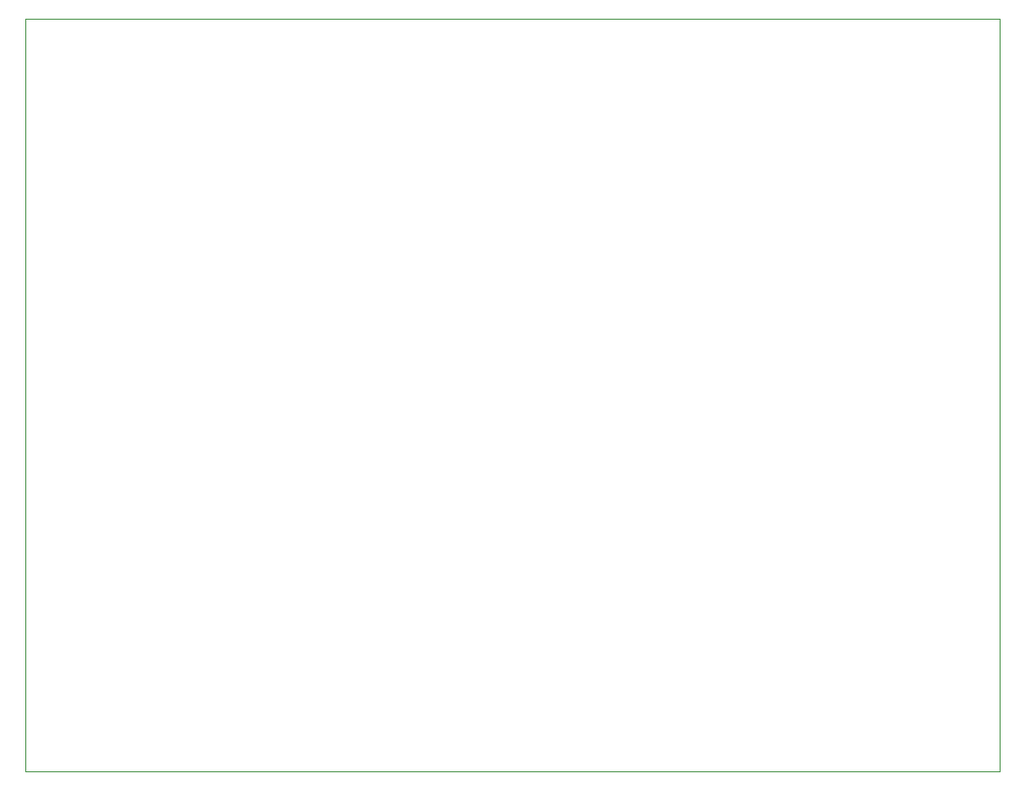
<source format=gbr>
%TF.GenerationSoftware,KiCad,Pcbnew,8.0.6*%
%TF.CreationDate,2024-10-20T16:09:44+03:00*%
%TF.ProjectId,oakpad,6f616b70-6164-42e6-9b69-6361645f7063,rev?*%
%TF.SameCoordinates,Original*%
%TF.FileFunction,Profile,NP*%
%FSLAX46Y46*%
G04 Gerber Fmt 4.6, Leading zero omitted, Abs format (unit mm)*
G04 Created by KiCad (PCBNEW 8.0.6) date 2024-10-20 16:09:44*
%MOMM*%
%LPD*%
G01*
G04 APERTURE LIST*
%TA.AperFunction,Profile*%
%ADD10C,0.100000*%
%TD*%
G04 APERTURE END LIST*
D10*
X12000000Y-12000000D02*
X100000000Y-12000000D01*
X100000000Y-80000000D01*
X12000000Y-80000000D01*
X12000000Y-12000000D01*
M02*

</source>
